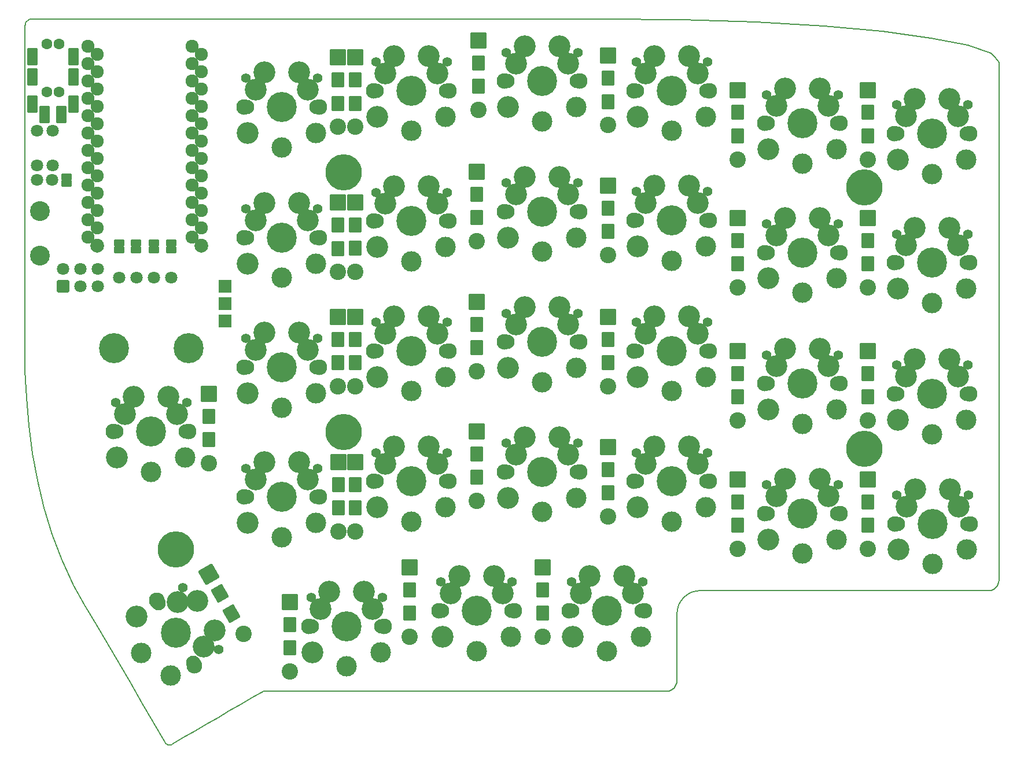
<source format=gts>
G04 #@! TF.GenerationSoftware,KiCad,Pcbnew,(6.0.8-1)-1*
G04 #@! TF.CreationDate,2023-02-22T14:27:57+02:00*
G04 #@! TF.ProjectId,Lily58,4c696c79-3538-42e6-9b69-6361645f7063,rev?*
G04 #@! TF.SameCoordinates,Original*
G04 #@! TF.FileFunction,Soldermask,Top*
G04 #@! TF.FilePolarity,Negative*
%FSLAX46Y46*%
G04 Gerber Fmt 4.6, Leading zero omitted, Abs format (unit mm)*
G04 Created by KiCad (PCBNEW (6.0.8-1)-1) date 2023-02-22 14:27:57*
%MOMM*%
%LPD*%
G01*
G04 APERTURE LIST*
G04 Aperture macros list*
%AMRoundRect*
0 Rectangle with rounded corners*
0 $1 Rounding radius*
0 $2 $3 $4 $5 $6 $7 $8 $9 X,Y pos of 4 corners*
0 Add a 4 corners polygon primitive as box body*
4,1,4,$2,$3,$4,$5,$6,$7,$8,$9,$2,$3,0*
0 Add four circle primitives for the rounded corners*
1,1,$1+$1,$2,$3*
1,1,$1+$1,$4,$5*
1,1,$1+$1,$6,$7*
1,1,$1+$1,$8,$9*
0 Add four rect primitives between the rounded corners*
20,1,$1+$1,$2,$3,$4,$5,0*
20,1,$1+$1,$4,$5,$6,$7,0*
20,1,$1+$1,$6,$7,$8,$9,0*
20,1,$1+$1,$8,$9,$2,$3,0*%
G04 Aperture macros list end*
G04 #@! TA.AperFunction,Profile*
%ADD10C,0.200000*%
G04 #@! TD*
%ADD11C,2.000000*%
%ADD12C,1.600000*%
%ADD13RoundRect,0.200000X-0.600000X-1.050000X0.600000X-1.050000X0.600000X1.050000X-0.600000X1.050000X0*%
%ADD14RoundRect,0.200000X-0.750000X0.900000X-0.750000X-0.900000X0.750000X-0.900000X0.750000X0.900000X0*%
%ADD15C,2.398980*%
%ADD16RoundRect,0.200000X0.999490X-0.999490X0.999490X0.999490X-0.999490X0.999490X-0.999490X-0.999490X0*%
%ADD17RoundRect,0.200000X-1.099519X0.404423X-0.199519X-1.154423X1.099519X-0.404423X0.199519X1.154423X0*%
%ADD18RoundRect,0.200000X1.365329X-0.365839X0.365839X1.365329X-1.365329X0.365839X-0.365839X-1.365329X0*%
%ADD19C,4.400000*%
%ADD20C,5.300000*%
%ADD21RoundRect,0.200000X0.698500X-0.698500X0.698500X0.698500X-0.698500X0.698500X-0.698500X-0.698500X0*%
%ADD22C,1.797000*%
%ADD23C,2.900000*%
%ADD24C,1.924000*%
%ADD25C,1.400000*%
%ADD26C,3.000000*%
%ADD27C,3.200000*%
%ADD28C,2.100000*%
%ADD29C,2.300000*%
%ADD30RoundRect,0.200000X0.762000X0.762000X-0.762000X0.762000X-0.762000X-0.762000X0.762000X-0.762000X0*%
%ADD31RoundRect,0.200000X0.190500X0.190500X-0.190500X0.190500X-0.190500X-0.190500X0.190500X-0.190500X0*%
%ADD32RoundRect,0.200000X0.571500X-0.317500X0.571500X0.317500X-0.571500X0.317500X-0.571500X-0.317500X0*%
G04 APERTURE END LIST*
D10*
X224900000Y-42700000D02*
X225460000Y-43436755D01*
X82937528Y-50750629D02*
X82937528Y-44443695D01*
X82937528Y-57057562D02*
X82937528Y-50750629D01*
X115211711Y-37086762D02*
X104803877Y-37086762D01*
X218692418Y-120789735D02*
X223959999Y-120789735D01*
X213424836Y-120789735D02*
X218692418Y-120789735D01*
X208157255Y-120789735D02*
X213424836Y-120789735D01*
X202889673Y-120789735D02*
X208157255Y-120789735D01*
X197622092Y-120789735D02*
X202889673Y-120789735D01*
X192354511Y-120789735D02*
X197622092Y-120789735D01*
X187086929Y-120789735D02*
X192354511Y-120789735D01*
X181819348Y-120789735D02*
X187086929Y-120789735D01*
X181113524Y-120860778D02*
X181819348Y-120789735D01*
X180456326Y-121064561D02*
X181113524Y-120860778D01*
X179861773Y-121387065D02*
X180456326Y-121064561D01*
X179343884Y-121814271D02*
X179861773Y-121387065D01*
X178916678Y-122332160D02*
X179343884Y-121814271D01*
X178594174Y-122926713D02*
X178916678Y-122332160D01*
X178390391Y-123583911D02*
X178594174Y-122926713D01*
X178319348Y-124289735D02*
X178390391Y-123583911D01*
X199807654Y-38170488D02*
X189919538Y-37585374D01*
X208420758Y-38945561D02*
X199807654Y-38170488D01*
X215525697Y-39885159D02*
X208420758Y-38945561D01*
X220889319Y-40963847D02*
X215525697Y-39885159D01*
X178989563Y-37215654D02*
X167250881Y-37086762D01*
X189919538Y-37585374D02*
X178989563Y-37215654D01*
X177658308Y-135255660D02*
X177403500Y-135393876D01*
X177880261Y-135072571D02*
X177658308Y-135255660D01*
X178063349Y-134850619D02*
X177880261Y-135072571D01*
X178201565Y-134595810D02*
X178063349Y-134850619D01*
X178288901Y-134314154D02*
X178201565Y-134595810D01*
X178319348Y-134011658D02*
X178288901Y-134314154D01*
X225460000Y-52918378D02*
X225460000Y-62400000D01*
X225460000Y-43436755D02*
X225460000Y-52918378D01*
X82937528Y-69671429D02*
X82937528Y-63364495D01*
X82937528Y-75978362D02*
X82937528Y-69671429D01*
X82937528Y-82285296D02*
X82937528Y-75978362D01*
X82937528Y-88592229D02*
X82937528Y-82285296D01*
X104807833Y-37086762D02*
X94400000Y-37086762D01*
X125619545Y-37086762D02*
X115211711Y-37086762D01*
X136027379Y-37086762D02*
X125619545Y-37086762D01*
X146435213Y-37086762D02*
X136027379Y-37086762D01*
X156843047Y-37086762D02*
X146435213Y-37086762D01*
X167250881Y-37086762D02*
X156843047Y-37086762D01*
X83400937Y-37265961D02*
X83579303Y-37169210D01*
X83245570Y-37394123D02*
X83400937Y-37265961D01*
X83117409Y-37549489D02*
X83245570Y-37394123D01*
X83020657Y-37727855D02*
X83117409Y-37549489D01*
X82959523Y-37925015D02*
X83020657Y-37727855D01*
X82938210Y-38136762D02*
X82959523Y-37925015D01*
X83776462Y-37108075D02*
X83988210Y-37086762D01*
X83579303Y-37169210D02*
X83776462Y-37108075D01*
X94396044Y-37086762D02*
X83988210Y-37086762D01*
X82937528Y-63364495D02*
X82937528Y-57057562D01*
X82937528Y-44443695D02*
X82937528Y-38136762D01*
X88291758Y-116318073D02*
X89993333Y-119989540D01*
X86863105Y-112530670D02*
X88291758Y-116318073D01*
X85688004Y-108649127D02*
X86863105Y-112530670D01*
X84747083Y-104695246D02*
X85688004Y-108649127D01*
X84020972Y-100690825D02*
X84747083Y-104695246D01*
X83490297Y-96657663D02*
X84020972Y-100690825D01*
X83135690Y-92617561D02*
X83490297Y-96657663D01*
X82937777Y-88592317D02*
X83135690Y-92617561D01*
X104288864Y-143357278D02*
X104456758Y-143271756D01*
X104130206Y-143404468D02*
X104288864Y-143357278D01*
X103981252Y-143413974D02*
X104130206Y-143404468D01*
X103842470Y-143386445D02*
X103981252Y-143413974D01*
X103714328Y-143322532D02*
X103842470Y-143386445D01*
X103597295Y-143222884D02*
X103714328Y-143322532D01*
X103491837Y-143088150D02*
X103597295Y-143222884D01*
X103398425Y-142918979D02*
X103491837Y-143088150D01*
X116186619Y-136480784D02*
X117862313Y-135510645D01*
X114510925Y-137450923D02*
X116186619Y-136480784D01*
X112835230Y-138421062D02*
X114510925Y-137450923D01*
X111159536Y-139391201D02*
X112835230Y-138421062D01*
X109483841Y-140361340D02*
X111159536Y-139391201D01*
X107808147Y-141331479D02*
X109483841Y-140361340D01*
X106132452Y-142301617D02*
X107808147Y-141331479D01*
X104456758Y-143271756D02*
X106132452Y-142301617D01*
X101722730Y-140052659D02*
X103398425Y-142918979D01*
X100047036Y-137186340D02*
X101722730Y-140052659D01*
X98371341Y-134320020D02*
X100047036Y-137186340D01*
X96695647Y-131453701D02*
X98371341Y-134320020D01*
X95019952Y-128587381D02*
X96695647Y-131453701D01*
X93344258Y-125721062D02*
X95019952Y-128587381D01*
X91668563Y-122854742D02*
X93344258Y-125721062D01*
X89992869Y-119988423D02*
X91668563Y-122854742D01*
X169449826Y-135511658D02*
X176819348Y-135511658D01*
X162080304Y-135511658D02*
X169449826Y-135511658D01*
X154710782Y-135511658D02*
X162080304Y-135511658D01*
X147341260Y-135511658D02*
X154710782Y-135511658D01*
X139971738Y-135511658D02*
X147341260Y-135511658D01*
X132602217Y-135511658D02*
X139971738Y-135511658D01*
X125232695Y-135511658D02*
X132602217Y-135511658D01*
X117863173Y-135511658D02*
X125232695Y-135511658D01*
X178319348Y-132816013D02*
X178319348Y-134011658D01*
X178319348Y-131597973D02*
X178319348Y-132816013D01*
X178319348Y-130379933D02*
X178319348Y-131597973D01*
X178319348Y-129161894D02*
X178319348Y-130379933D01*
X178319348Y-127943854D02*
X178319348Y-129161894D01*
X178319348Y-126725814D02*
X178319348Y-127943854D01*
X178319348Y-125507775D02*
X178319348Y-126725814D01*
X178319348Y-124289735D02*
X178319348Y-125507775D01*
X177121844Y-135481211D02*
X176819348Y-135511658D01*
X177403500Y-135393876D02*
X177121844Y-135481211D01*
X224278471Y-42156190D02*
X220889319Y-40963847D01*
X224900000Y-42700000D02*
X224278471Y-42156190D01*
X224262495Y-120759288D02*
X223959999Y-120789735D01*
X224544152Y-120671952D02*
X224262495Y-120759288D01*
X224798960Y-120533736D02*
X224544152Y-120671952D01*
X225020912Y-120350648D02*
X224798960Y-120533736D01*
X225204001Y-120128696D02*
X225020912Y-120350648D01*
X225342217Y-119873887D02*
X225204001Y-120128696D01*
X225429552Y-119592231D02*
X225342217Y-119873887D01*
X225459999Y-119289735D02*
X225429552Y-119592231D01*
X225460000Y-109808112D02*
X225460000Y-119289735D01*
X225460000Y-100326490D02*
X225460000Y-109808112D01*
X225460000Y-90844867D02*
X225460000Y-100326490D01*
X225460000Y-81363245D02*
X225460000Y-90844867D01*
X225460000Y-71881623D02*
X225460000Y-81363245D01*
X225460000Y-62400000D02*
X225460000Y-71881623D01*
D11*
X93475000Y-70275000D03*
X108715000Y-70275000D03*
D12*
X86150000Y-47800000D03*
X86150000Y-40800000D03*
D13*
X84050000Y-49600000D03*
X88250000Y-51100000D03*
X84050000Y-42600000D03*
X84050000Y-45600000D03*
D12*
X87900000Y-40800000D03*
X87900000Y-47800000D03*
D13*
X90000000Y-42600000D03*
X90000000Y-45600000D03*
X90000000Y-49600000D03*
X85800000Y-51100000D03*
D14*
X128750000Y-49450000D03*
X128750000Y-46050000D03*
D15*
X128752540Y-52910000D03*
D16*
X128752540Y-42750000D03*
D17*
X113150000Y-124172243D03*
X111450000Y-121227757D03*
D15*
X114882200Y-127167421D03*
D18*
X109802200Y-118368603D03*
D14*
X131250000Y-108700000D03*
X131250000Y-105300000D03*
D15*
X131252540Y-112160000D03*
D16*
X131252540Y-102000000D03*
D14*
X128750000Y-70700000D03*
X128750000Y-67300000D03*
D15*
X128752540Y-74160000D03*
D16*
X128752540Y-64000000D03*
D14*
X131250000Y-49450000D03*
X131250000Y-46050000D03*
D15*
X131252540Y-52910000D03*
D16*
X131252540Y-42750000D03*
D14*
X149250000Y-46950000D03*
X149250000Y-43550000D03*
D15*
X149252540Y-50410000D03*
D16*
X149252540Y-40250000D03*
D14*
X168250000Y-49200000D03*
X168250000Y-45800000D03*
D15*
X168252540Y-52660000D03*
D16*
X168252540Y-42500000D03*
D14*
X187250000Y-54200000D03*
X187250000Y-50800000D03*
D15*
X187252540Y-57660000D03*
D16*
X187252540Y-47500000D03*
D14*
X206250000Y-54200000D03*
X206250000Y-50800000D03*
D15*
X206252540Y-57660000D03*
D16*
X206252540Y-47500000D03*
D14*
X131252540Y-70652540D03*
X131252540Y-67252540D03*
D15*
X131255080Y-74112540D03*
D16*
X131255080Y-63952540D03*
D14*
X149000000Y-66200000D03*
X149000000Y-62800000D03*
D15*
X149002540Y-69660000D03*
D16*
X149002540Y-59500000D03*
D14*
X168250000Y-68200000D03*
X168250000Y-64800000D03*
D15*
X168252540Y-71660000D03*
D16*
X168252540Y-61500000D03*
D14*
X187250000Y-72950000D03*
X187250000Y-69550000D03*
D15*
X187252540Y-76410000D03*
D16*
X187252540Y-66250000D03*
D14*
X206250000Y-72950000D03*
X206250000Y-69550000D03*
D15*
X206252540Y-76410000D03*
D16*
X206252540Y-66250000D03*
D14*
X128750000Y-87450000D03*
X128750000Y-84050000D03*
D15*
X128752540Y-90910000D03*
D16*
X128752540Y-80750000D03*
D14*
X131250000Y-87450000D03*
X131250000Y-84050000D03*
D15*
X131252540Y-90910000D03*
D16*
X131252540Y-80750000D03*
D14*
X149000000Y-85200000D03*
X149000000Y-81800000D03*
D15*
X149002540Y-88660000D03*
D16*
X149002540Y-78500000D03*
D14*
X168250000Y-87450000D03*
X168250000Y-84050000D03*
D15*
X168252540Y-90910000D03*
D16*
X168252540Y-80750000D03*
D14*
X187250000Y-92450000D03*
X187250000Y-89050000D03*
D15*
X187252540Y-95910000D03*
D16*
X187252540Y-85750000D03*
D14*
X206250000Y-92450000D03*
X206250000Y-89050000D03*
D15*
X206252540Y-95910000D03*
D16*
X206252540Y-85750000D03*
D14*
X128800000Y-108700000D03*
X128800000Y-105300000D03*
D15*
X128802540Y-112160000D03*
D16*
X128802540Y-102000000D03*
D14*
X149000000Y-104200000D03*
X149000000Y-100800000D03*
D15*
X149002540Y-107660000D03*
D16*
X149002540Y-97500000D03*
D14*
X168250000Y-106450000D03*
X168250000Y-103050000D03*
D15*
X168252540Y-109910000D03*
D16*
X168252540Y-99750000D03*
D14*
X187250000Y-111200000D03*
X187250000Y-107800000D03*
D15*
X187252540Y-114660000D03*
D16*
X187252540Y-104500000D03*
D14*
X206250000Y-111200000D03*
X206250000Y-107800000D03*
D15*
X206252540Y-114660000D03*
D16*
X206252540Y-104500000D03*
D14*
X109800000Y-98700000D03*
X109800000Y-95300000D03*
D15*
X109802540Y-102160000D03*
D16*
X109802540Y-92000000D03*
D14*
X121700000Y-129200000D03*
X121700000Y-125800000D03*
D15*
X121702540Y-132660000D03*
D16*
X121702540Y-122500000D03*
D14*
X139200000Y-124100000D03*
X139200000Y-120700000D03*
D15*
X139202540Y-127560000D03*
D16*
X139202540Y-117400000D03*
D14*
X158700000Y-124100000D03*
X158700000Y-120700000D03*
D15*
X158702540Y-127560000D03*
D16*
X158702540Y-117400000D03*
D19*
X106835000Y-85270000D03*
X95935000Y-85270000D03*
D20*
X129600000Y-59600000D03*
X205800000Y-61800000D03*
X129600000Y-97600000D03*
X205800000Y-100000000D03*
X105000000Y-114800000D03*
D21*
X88483973Y-76263759D03*
D22*
X88483973Y-73723759D03*
X91023973Y-76263759D03*
X91023973Y-73723759D03*
X93563973Y-76263759D03*
X93563973Y-73723759D03*
D23*
X85100000Y-71750000D03*
X85100000Y-65250000D03*
D22*
X84688035Y-53499272D03*
X84688035Y-58579272D03*
X86938035Y-53499272D03*
X86938035Y-58579272D03*
X86900000Y-60700000D03*
X84700000Y-60700000D03*
D24*
X93478815Y-47405745D03*
X108718815Y-65185745D03*
X93478815Y-57565745D03*
X108718815Y-55025745D03*
X108718815Y-49945745D03*
X93478815Y-67725745D03*
X108718815Y-47405745D03*
X108718815Y-42325745D03*
X93478815Y-62645745D03*
X108718815Y-70265745D03*
X93478815Y-55025745D03*
X93478815Y-44865745D03*
X93478815Y-49945745D03*
X93478815Y-52485745D03*
X93478815Y-65185745D03*
X93478815Y-60105745D03*
X108718815Y-62645745D03*
X108718815Y-60105745D03*
X93478815Y-70265745D03*
X108718815Y-67725745D03*
X108718815Y-44865745D03*
X93478815Y-42325745D03*
X108718815Y-57565745D03*
X108718815Y-52485745D03*
X92180000Y-41130000D03*
X92180000Y-43670000D03*
X92180000Y-46210000D03*
X92180000Y-48750000D03*
X92180000Y-51290000D03*
X92180000Y-53830000D03*
X92180000Y-56370000D03*
X92180000Y-58910000D03*
X92180000Y-61450000D03*
X92180000Y-63990000D03*
X92180000Y-66530000D03*
X92180000Y-69070000D03*
X107420000Y-69070000D03*
X107420000Y-66530000D03*
X107420000Y-63990000D03*
X107420000Y-61450000D03*
X107420000Y-58910000D03*
X107420000Y-56370000D03*
X107420000Y-53830000D03*
X107420000Y-51290000D03*
X107420000Y-48750000D03*
X107420000Y-46210000D03*
X107420000Y-43670000D03*
X107420000Y-41130000D03*
D25*
X111247307Y-129420653D03*
D26*
X104209103Y-133230127D03*
X99890450Y-129950000D03*
D27*
X99209103Y-124569873D03*
X110669409Y-126659705D03*
X108129409Y-122260295D03*
X109104705Y-129029557D03*
D28*
X107540000Y-131399409D03*
X102460000Y-122600591D03*
D19*
X105000000Y-127000000D03*
D27*
X105294705Y-122430443D03*
D25*
X106027307Y-120379347D03*
D29*
X102250000Y-122236860D03*
X107750000Y-131763140D03*
D25*
X106620000Y-93300000D03*
D26*
X106400000Y-101300000D03*
X101400000Y-103400000D03*
D27*
X96400000Y-101300000D03*
X103940000Y-92420000D03*
X98860000Y-92420000D03*
X105210000Y-94960000D03*
D28*
X106480000Y-97500000D03*
X96320000Y-97500000D03*
D19*
X101400000Y-97500000D03*
D27*
X97590000Y-94960000D03*
D25*
X96180000Y-93300000D03*
D29*
X95900000Y-97500000D03*
X106900000Y-97500000D03*
D30*
X112200000Y-81300000D03*
X112200000Y-78760000D03*
X112200000Y-76220000D03*
D25*
X125720000Y-83900000D03*
D26*
X125500000Y-91900000D03*
X120500000Y-94000000D03*
D27*
X115500000Y-91900000D03*
X123040000Y-83020000D03*
X117960000Y-83020000D03*
X124310000Y-85560000D03*
D28*
X125580000Y-88100000D03*
X115420000Y-88100000D03*
D19*
X120500000Y-88100000D03*
D27*
X116690000Y-85560000D03*
D25*
X115280000Y-83900000D03*
D29*
X115000000Y-88100000D03*
X126000000Y-88100000D03*
D25*
X220920000Y-87800000D03*
D26*
X220700000Y-95800000D03*
X215700000Y-97900000D03*
D27*
X210700000Y-95800000D03*
X218240000Y-86920000D03*
X213160000Y-86920000D03*
X219510000Y-89460000D03*
D28*
X220780000Y-92000000D03*
X210620000Y-92000000D03*
D19*
X215700000Y-92000000D03*
D27*
X211890000Y-89460000D03*
D25*
X210480000Y-87800000D03*
D29*
X210200000Y-92000000D03*
X221200000Y-92000000D03*
D25*
X220970000Y-106800000D03*
D26*
X220750000Y-114800000D03*
X215750000Y-116900000D03*
D27*
X210750000Y-114800000D03*
X218290000Y-105920000D03*
X213210000Y-105920000D03*
X219560000Y-108460000D03*
D28*
X220830000Y-111000000D03*
X210670000Y-111000000D03*
D19*
X215750000Y-111000000D03*
D27*
X211940000Y-108460000D03*
D25*
X210530000Y-106800000D03*
D29*
X210250000Y-111000000D03*
X221250000Y-111000000D03*
D25*
X154220000Y-119550000D03*
D26*
X154000000Y-127550000D03*
X149000000Y-129650000D03*
D27*
X144000000Y-127550000D03*
X151540000Y-118670000D03*
X146460000Y-118670000D03*
X152810000Y-121210000D03*
D28*
X154080000Y-123750000D03*
X143920000Y-123750000D03*
D19*
X149000000Y-123750000D03*
D27*
X145190000Y-121210000D03*
D25*
X143780000Y-119550000D03*
D29*
X143500000Y-123750000D03*
X154500000Y-123750000D03*
D25*
X125720000Y-45800000D03*
D26*
X125500000Y-53800000D03*
X120500000Y-55900000D03*
D27*
X115500000Y-53800000D03*
X123040000Y-44920000D03*
X117960000Y-44920000D03*
X124310000Y-47460000D03*
D28*
X125580000Y-50000000D03*
X115420000Y-50000000D03*
D19*
X120500000Y-50000000D03*
D27*
X116690000Y-47460000D03*
D25*
X115280000Y-45800000D03*
D29*
X115000000Y-50000000D03*
X126000000Y-50000000D03*
D25*
X144720000Y-43400000D03*
D26*
X144500000Y-51400000D03*
X139500000Y-53500000D03*
D27*
X134500000Y-51400000D03*
X142040000Y-42520000D03*
X136960000Y-42520000D03*
X143310000Y-45060000D03*
D28*
X144580000Y-47600000D03*
X134420000Y-47600000D03*
D19*
X139500000Y-47600000D03*
D27*
X135690000Y-45060000D03*
D25*
X134280000Y-43400000D03*
D29*
X134000000Y-47600000D03*
X145000000Y-47600000D03*
D25*
X163820000Y-42010000D03*
D26*
X163600000Y-50010000D03*
X158600000Y-52110000D03*
D27*
X153600000Y-50010000D03*
X161140000Y-41130000D03*
X156060000Y-41130000D03*
X162410000Y-43670000D03*
D28*
X163680000Y-46210000D03*
X153520000Y-46210000D03*
D19*
X158600000Y-46210000D03*
D27*
X154790000Y-43670000D03*
D25*
X153380000Y-42010000D03*
D29*
X153100000Y-46210000D03*
X164100000Y-46210000D03*
D25*
X182820000Y-43400000D03*
D26*
X182600000Y-51400000D03*
X177600000Y-53500000D03*
D27*
X172600000Y-51400000D03*
X180140000Y-42520000D03*
X175060000Y-42520000D03*
X181410000Y-45060000D03*
D28*
X182680000Y-47600000D03*
X172520000Y-47600000D03*
D19*
X177600000Y-47600000D03*
D27*
X173790000Y-45060000D03*
D25*
X172380000Y-43400000D03*
D29*
X172100000Y-47600000D03*
X183100000Y-47600000D03*
D25*
X201920000Y-48200000D03*
D26*
X201700000Y-56200000D03*
X196700000Y-58300000D03*
D27*
X191700000Y-56200000D03*
X199240000Y-47320000D03*
X194160000Y-47320000D03*
X200510000Y-49860000D03*
D28*
X201780000Y-52400000D03*
X191620000Y-52400000D03*
D19*
X196700000Y-52400000D03*
D27*
X192890000Y-49860000D03*
D25*
X191480000Y-48200000D03*
D29*
X191200000Y-52400000D03*
X202200000Y-52400000D03*
D25*
X220920000Y-49700000D03*
D26*
X220700000Y-57700000D03*
X215700000Y-59800000D03*
D27*
X210700000Y-57700000D03*
X218240000Y-48820000D03*
X213160000Y-48820000D03*
X219510000Y-51360000D03*
D28*
X220780000Y-53900000D03*
X210620000Y-53900000D03*
D19*
X215700000Y-53900000D03*
D27*
X211890000Y-51360000D03*
D25*
X210480000Y-49700000D03*
D29*
X210200000Y-53900000D03*
X221200000Y-53900000D03*
D25*
X125720000Y-64900000D03*
D26*
X125500000Y-72900000D03*
X120500000Y-75000000D03*
D27*
X115500000Y-72900000D03*
X123040000Y-64020000D03*
X117960000Y-64020000D03*
X124310000Y-66560000D03*
D28*
X125580000Y-69100000D03*
X115420000Y-69100000D03*
D19*
X120500000Y-69100000D03*
D27*
X116690000Y-66560000D03*
D25*
X115280000Y-64900000D03*
D29*
X115000000Y-69100000D03*
X126000000Y-69100000D03*
D25*
X144720000Y-62500000D03*
D26*
X144500000Y-70500000D03*
X139500000Y-72600000D03*
D27*
X134500000Y-70500000D03*
X142040000Y-61620000D03*
X136960000Y-61620000D03*
X143310000Y-64160000D03*
D28*
X144580000Y-66700000D03*
X134420000Y-66700000D03*
D19*
X139500000Y-66700000D03*
D27*
X135690000Y-64160000D03*
D25*
X134280000Y-62500000D03*
D29*
X134000000Y-66700000D03*
X145000000Y-66700000D03*
D25*
X163820000Y-61100000D03*
D26*
X163600000Y-69100000D03*
X158600000Y-71200000D03*
D27*
X153600000Y-69100000D03*
X161140000Y-60220000D03*
X156060000Y-60220000D03*
X162410000Y-62760000D03*
D28*
X163680000Y-65300000D03*
X153520000Y-65300000D03*
D19*
X158600000Y-65300000D03*
D27*
X154790000Y-62760000D03*
D25*
X153380000Y-61100000D03*
D29*
X153100000Y-65300000D03*
X164100000Y-65300000D03*
D25*
X182820000Y-62400000D03*
D26*
X182600000Y-70400000D03*
X177600000Y-72500000D03*
D27*
X172600000Y-70400000D03*
X180140000Y-61520000D03*
X175060000Y-61520000D03*
X181410000Y-64060000D03*
D28*
X182680000Y-66600000D03*
X172520000Y-66600000D03*
D19*
X177600000Y-66600000D03*
D27*
X173790000Y-64060000D03*
D25*
X172380000Y-62400000D03*
D29*
X172100000Y-66600000D03*
X183100000Y-66600000D03*
D25*
X201920000Y-67100000D03*
D26*
X201700000Y-75100000D03*
X196700000Y-77200000D03*
D27*
X191700000Y-75100000D03*
X199240000Y-66220000D03*
X194160000Y-66220000D03*
X200510000Y-68760000D03*
D28*
X201780000Y-71300000D03*
X191620000Y-71300000D03*
D19*
X196700000Y-71300000D03*
D27*
X192890000Y-68760000D03*
D25*
X191480000Y-67100000D03*
D29*
X191200000Y-71300000D03*
X202200000Y-71300000D03*
D25*
X220920000Y-68600000D03*
D26*
X220700000Y-76600000D03*
X215700000Y-78700000D03*
D27*
X210700000Y-76600000D03*
X218240000Y-67720000D03*
X213160000Y-67720000D03*
X219510000Y-70260000D03*
D28*
X220780000Y-72800000D03*
X210620000Y-72800000D03*
D19*
X215700000Y-72800000D03*
D27*
X211890000Y-70260000D03*
D25*
X210480000Y-68600000D03*
D29*
X210200000Y-72800000D03*
X221200000Y-72800000D03*
D25*
X144720000Y-81500000D03*
D26*
X144500000Y-89500000D03*
X139500000Y-91600000D03*
D27*
X134500000Y-89500000D03*
X142040000Y-80620000D03*
X136960000Y-80620000D03*
X143310000Y-83160000D03*
D28*
X144580000Y-85700000D03*
X134420000Y-85700000D03*
D19*
X139500000Y-85700000D03*
D27*
X135690000Y-83160000D03*
D25*
X134280000Y-81500000D03*
D29*
X134000000Y-85700000D03*
X145000000Y-85700000D03*
D25*
X163820000Y-80200000D03*
D26*
X163600000Y-88200000D03*
X158600000Y-90300000D03*
D27*
X153600000Y-88200000D03*
X161140000Y-79320000D03*
X156060000Y-79320000D03*
X162410000Y-81860000D03*
D28*
X163680000Y-84400000D03*
X153520000Y-84400000D03*
D19*
X158600000Y-84400000D03*
D27*
X154790000Y-81860000D03*
D25*
X153380000Y-80200000D03*
D29*
X153100000Y-84400000D03*
X164100000Y-84400000D03*
D25*
X182820000Y-81500000D03*
D26*
X182600000Y-89500000D03*
X177600000Y-91600000D03*
D27*
X172600000Y-89500000D03*
X180140000Y-80620000D03*
X175060000Y-80620000D03*
X181410000Y-83160000D03*
D28*
X182680000Y-85700000D03*
X172520000Y-85700000D03*
D19*
X177600000Y-85700000D03*
D27*
X173790000Y-83160000D03*
D25*
X172380000Y-81500000D03*
D29*
X172100000Y-85700000D03*
X183100000Y-85700000D03*
D25*
X201920000Y-86300000D03*
D26*
X201700000Y-94300000D03*
X196700000Y-96400000D03*
D27*
X191700000Y-94300000D03*
X199240000Y-85420000D03*
X194160000Y-85420000D03*
X200510000Y-87960000D03*
D28*
X201780000Y-90500000D03*
X191620000Y-90500000D03*
D19*
X196700000Y-90500000D03*
D27*
X192890000Y-87960000D03*
D25*
X191480000Y-86300000D03*
D29*
X191200000Y-90500000D03*
X202200000Y-90500000D03*
D25*
X125720000Y-102900000D03*
D26*
X125500000Y-110900000D03*
X120500000Y-113000000D03*
D27*
X115500000Y-110900000D03*
X123040000Y-102020000D03*
X117960000Y-102020000D03*
X124310000Y-104560000D03*
D28*
X125580000Y-107100000D03*
X115420000Y-107100000D03*
D19*
X120500000Y-107100000D03*
D27*
X116690000Y-104560000D03*
D25*
X115280000Y-102900000D03*
D29*
X115000000Y-107100000D03*
X126000000Y-107100000D03*
D25*
X144720000Y-100600000D03*
D26*
X144500000Y-108600000D03*
X139500000Y-110700000D03*
D27*
X134500000Y-108600000D03*
X142040000Y-99720000D03*
X136960000Y-99720000D03*
X143310000Y-102260000D03*
D28*
X144580000Y-104800000D03*
X134420000Y-104800000D03*
D19*
X139500000Y-104800000D03*
D27*
X135690000Y-102260000D03*
D25*
X134280000Y-100600000D03*
D29*
X134000000Y-104800000D03*
X145000000Y-104800000D03*
D25*
X163820000Y-99200000D03*
D26*
X163600000Y-107200000D03*
X158600000Y-109300000D03*
D27*
X153600000Y-107200000D03*
X161140000Y-98320000D03*
X156060000Y-98320000D03*
X162410000Y-100860000D03*
D28*
X163680000Y-103400000D03*
X153520000Y-103400000D03*
D19*
X158600000Y-103400000D03*
D27*
X154790000Y-100860000D03*
D25*
X153380000Y-99200000D03*
D29*
X153100000Y-103400000D03*
X164100000Y-103400000D03*
D25*
X182820000Y-100600000D03*
D26*
X182600000Y-108600000D03*
X177600000Y-110700000D03*
D27*
X172600000Y-108600000D03*
X180140000Y-99720000D03*
X175060000Y-99720000D03*
X181410000Y-102260000D03*
D28*
X182680000Y-104800000D03*
X172520000Y-104800000D03*
D19*
X177600000Y-104800000D03*
D27*
X173790000Y-102260000D03*
D25*
X172380000Y-100600000D03*
D29*
X172100000Y-104800000D03*
X183100000Y-104800000D03*
D25*
X201920000Y-105300000D03*
D26*
X201700000Y-113300000D03*
X196700000Y-115400000D03*
D27*
X191700000Y-113300000D03*
X199240000Y-104420000D03*
X194160000Y-104420000D03*
X200510000Y-106960000D03*
D28*
X201780000Y-109500000D03*
X191620000Y-109500000D03*
D19*
X196700000Y-109500000D03*
D27*
X192890000Y-106960000D03*
D25*
X191480000Y-105300000D03*
D29*
X191200000Y-109500000D03*
X202200000Y-109500000D03*
D25*
X135220000Y-121800000D03*
D26*
X135000000Y-129800000D03*
X130000000Y-131900000D03*
D27*
X125000000Y-129800000D03*
X132540000Y-120920000D03*
X127460000Y-120920000D03*
X133810000Y-123460000D03*
D28*
X135080000Y-126000000D03*
X124920000Y-126000000D03*
D19*
X130000000Y-126000000D03*
D27*
X126190000Y-123460000D03*
D25*
X124780000Y-121800000D03*
D29*
X124500000Y-126000000D03*
X135500000Y-126000000D03*
D25*
X173320000Y-119550000D03*
D26*
X173100000Y-127550000D03*
X168100000Y-129650000D03*
D27*
X163100000Y-127550000D03*
X170640000Y-118670000D03*
X165560000Y-118670000D03*
X171910000Y-121210000D03*
D28*
X173180000Y-123750000D03*
X163020000Y-123750000D03*
D19*
X168100000Y-123750000D03*
D27*
X164290000Y-121210000D03*
D25*
X162880000Y-119550000D03*
D29*
X162600000Y-123750000D03*
X173600000Y-123750000D03*
D31*
X89000000Y-60700000D03*
D32*
X89000000Y-60199620D03*
X89000000Y-61200380D03*
X104300000Y-69899620D03*
X104300000Y-70900380D03*
X101800000Y-70900380D03*
X101800000Y-69899620D03*
X99200000Y-69899620D03*
X99200000Y-70900380D03*
X96700000Y-70900380D03*
X96700000Y-69899620D03*
D22*
X96700000Y-75000000D03*
X99240000Y-75000000D03*
X101780000Y-75000000D03*
X104320000Y-75000000D03*
M02*

</source>
